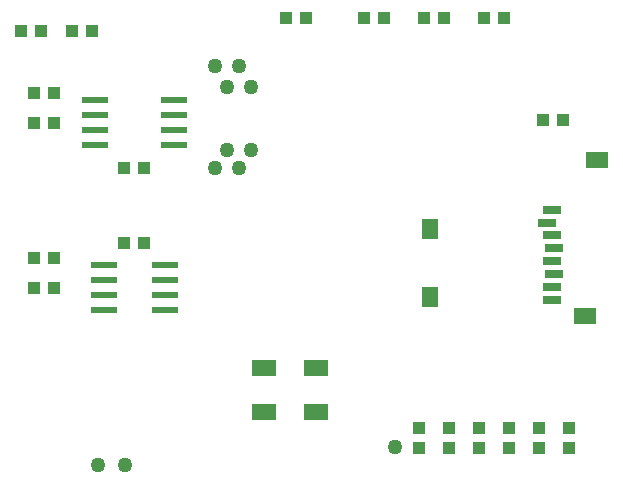
<source format=gtp>
G75*
%MOIN*%
%OFA0B0*%
%FSLAX25Y25*%
%IPPOS*%
%LPD*%
%AMOC8*
5,1,8,0,0,1.08239X$1,22.5*
%
%ADD10R,0.08700X0.02400*%
%ADD11R,0.03937X0.04331*%
%ADD12R,0.07874X0.05512*%
%ADD13R,0.08661X0.02362*%
%ADD14R,0.04331X0.03937*%
%ADD15R,0.07480X0.05512*%
%ADD16R,0.05512X0.07087*%
%ADD17R,0.05906X0.03150*%
%ADD18C,0.05000*%
D10*
X0096800Y0137500D03*
X0096800Y0142500D03*
X0096800Y0147500D03*
X0096800Y0152500D03*
X0123300Y0152500D03*
X0123300Y0147500D03*
X0123300Y0142500D03*
X0123300Y0137500D03*
D11*
X0113346Y0130000D03*
X0106654Y0130000D03*
X0083346Y0145000D03*
X0076654Y0145000D03*
X0076654Y0155000D03*
X0083346Y0155000D03*
X0078846Y0175500D03*
X0072154Y0175500D03*
X0089154Y0175500D03*
X0095846Y0175500D03*
X0160654Y0180000D03*
X0167346Y0180000D03*
X0186654Y0180000D03*
X0193346Y0180000D03*
X0206654Y0180000D03*
X0213346Y0180000D03*
X0226654Y0180000D03*
X0233346Y0180000D03*
X0246154Y0146000D03*
X0252846Y0146000D03*
X0113346Y0105000D03*
X0106654Y0105000D03*
X0083346Y0100000D03*
X0076654Y0100000D03*
X0076654Y0090000D03*
X0083346Y0090000D03*
D12*
X0153339Y0063480D03*
X0153339Y0048520D03*
X0170661Y0048520D03*
X0170661Y0063480D03*
D13*
X0120236Y0082500D03*
X0120236Y0087500D03*
X0120236Y0092500D03*
X0120236Y0097500D03*
X0099764Y0097500D03*
X0099764Y0092500D03*
X0099764Y0087500D03*
X0099764Y0082500D03*
D14*
X0205000Y0043346D03*
X0205000Y0036654D03*
X0215000Y0036654D03*
X0215000Y0043346D03*
X0225000Y0043346D03*
X0235000Y0043346D03*
X0235000Y0036654D03*
X0225000Y0036654D03*
X0245000Y0036654D03*
X0245000Y0043346D03*
X0255000Y0043346D03*
X0255000Y0036654D03*
D15*
X0260346Y0080803D03*
X0264283Y0132575D03*
D16*
X0208575Y0109543D03*
X0208575Y0087102D03*
D17*
X0249126Y0085921D03*
X0249126Y0090252D03*
X0249913Y0094583D03*
X0249126Y0098913D03*
X0249913Y0103244D03*
X0249126Y0107575D03*
X0247551Y0111709D03*
X0249126Y0116039D03*
D18*
X0098000Y0031000D03*
X0107000Y0031000D03*
X0197000Y0037000D03*
X0145000Y0130000D03*
X0141000Y0136000D03*
X0137000Y0130000D03*
X0149000Y0136000D03*
X0149000Y0157000D03*
X0141000Y0157000D03*
X0137000Y0164000D03*
X0145000Y0164000D03*
M02*

</source>
